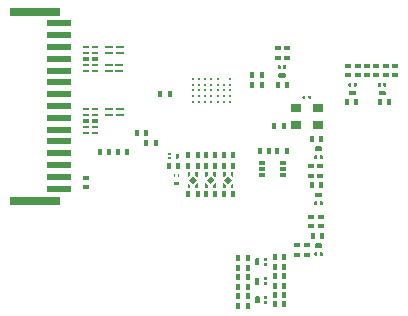
<source format=gtp>
G04*
G04 #@! TF.GenerationSoftware,Altium Limited,Altium Designer,24.2.2 (26)*
G04*
G04 Layer_Color=8421504*
%FSLAX44Y44*%
%MOMM*%
G71*
G04*
G04 #@! TF.SameCoordinates,6EDC250C-81D3-48BC-95F6-F0A130F5604E*
G04*
G04*
G04 #@! TF.FilePolarity,Positive*
G04*
G01*
G75*
%ADD17C,0.2000*%
%ADD18R,0.9000X0.8000*%
%ADD19R,0.5000X0.2500*%
%ADD20R,0.5000X0.4500*%
%ADD21R,0.7500X0.2500*%
%ADD22R,2.0000X0.6000*%
%ADD23R,4.2000X0.7000*%
%ADD24R,0.3800X0.4800*%
%ADD25R,0.4800X0.3800*%
%ADD26R,0.5000X0.3750*%
G36*
X285229Y330905D02*
X285405Y330729D01*
X285500Y330499D01*
Y330375D01*
Y328625D01*
Y328501D01*
X285405Y328271D01*
X285229Y328095D01*
X284999Y328000D01*
X283501D01*
X283271Y328095D01*
X283095Y328271D01*
X283000Y328501D01*
Y328625D01*
Y330375D01*
Y330499D01*
X283095Y330729D01*
X283271Y330905D01*
X283501Y331000D01*
X284999D01*
X285229Y330905D01*
D02*
G37*
G36*
X280729D02*
X280905Y330729D01*
X281000Y330499D01*
Y330375D01*
Y328625D01*
Y328501D01*
X280905Y328271D01*
X280729Y328095D01*
X280499Y328000D01*
X279001D01*
X278771Y328095D01*
X278595Y328271D01*
X278500Y328501D01*
Y328625D01*
Y330375D01*
Y330499D01*
X278595Y330729D01*
X278771Y330905D01*
X279001Y331000D01*
X280499D01*
X280729Y330905D01*
D02*
G37*
G36*
X284566Y324348D02*
X284848Y324067D01*
X285000Y323699D01*
Y323500D01*
Y321500D01*
Y321301D01*
X284848Y320934D01*
X284566Y320652D01*
X284199Y320500D01*
X279801D01*
X279433Y320652D01*
X279152Y320934D01*
X279000Y321301D01*
Y321500D01*
Y323500D01*
Y323699D01*
X279152Y324067D01*
X279433Y324348D01*
X279801Y324500D01*
X284199D01*
X284566Y324348D01*
D02*
G37*
G36*
X369979Y315905D02*
X370155Y315729D01*
X370250Y315499D01*
Y315375D01*
Y313625D01*
Y313501D01*
X370155Y313271D01*
X369979Y313095D01*
X369749Y313000D01*
X368251D01*
X368021Y313095D01*
X367845Y313271D01*
X367750Y313501D01*
Y313625D01*
Y315375D01*
Y315499D01*
X367845Y315729D01*
X368021Y315905D01*
X368251Y316000D01*
X369749D01*
X369979Y315905D01*
D02*
G37*
G36*
X365479D02*
X365655Y315729D01*
X365750Y315499D01*
Y315375D01*
Y313625D01*
Y313501D01*
X365655Y313271D01*
X365479Y313095D01*
X365249Y313000D01*
X363751D01*
X363521Y313095D01*
X363345Y313271D01*
X363250Y313501D01*
Y313625D01*
Y315375D01*
Y315499D01*
X363345Y315729D01*
X363521Y315905D01*
X363751Y316000D01*
X365249D01*
X365479Y315905D01*
D02*
G37*
G36*
X344979Y315905D02*
X345155Y315729D01*
X345250Y315499D01*
Y315375D01*
Y313625D01*
Y313500D01*
X345155Y313271D01*
X344979Y313095D01*
X344749Y313000D01*
X343251D01*
X343021Y313095D01*
X342845Y313271D01*
X342750Y313500D01*
Y313625D01*
Y315375D01*
Y315499D01*
X342845Y315729D01*
X343021Y315905D01*
X343251Y316000D01*
X344749D01*
X344979Y315905D01*
D02*
G37*
G36*
X340479D02*
X340655Y315729D01*
X340750Y315499D01*
Y315375D01*
Y313625D01*
Y313500D01*
X340655Y313271D01*
X340479Y313095D01*
X340249Y313000D01*
X338751D01*
X338521Y313095D01*
X338345Y313271D01*
X338250Y313500D01*
Y313625D01*
Y315375D01*
Y315499D01*
X338345Y315729D01*
X338521Y315905D01*
X338751Y316000D01*
X340249D01*
X340479Y315905D01*
D02*
G37*
G36*
X369316Y309348D02*
X369598Y309067D01*
X369750Y308699D01*
Y308500D01*
Y306500D01*
Y306301D01*
X369598Y305934D01*
X369316Y305652D01*
X368949Y305500D01*
X364551D01*
X364184Y305652D01*
X363902Y305934D01*
X363750Y306301D01*
Y306500D01*
Y308500D01*
Y308699D01*
X363902Y309067D01*
X364184Y309348D01*
X364551Y309500D01*
X368949D01*
X369316Y309348D01*
D02*
G37*
G36*
X344316Y309348D02*
X344598Y309066D01*
X344750Y308699D01*
Y308500D01*
Y306500D01*
Y306301D01*
X344598Y305933D01*
X344316Y305652D01*
X343949Y305500D01*
X339551D01*
X339184Y305652D01*
X338902Y305933D01*
X338750Y306301D01*
Y306500D01*
Y308500D01*
Y308699D01*
X338902Y309066D01*
X339184Y309348D01*
X339551Y309500D01*
X343949D01*
X344316Y309348D01*
D02*
G37*
G36*
X306239Y305105D02*
X306605Y304739D01*
X306804Y304259D01*
Y304000D01*
Y303741D01*
X306605Y303261D01*
X306239Y302895D01*
X305759Y302696D01*
X305241D01*
X304761Y302895D01*
X304395Y303261D01*
X304196Y303741D01*
Y304000D01*
Y304259D01*
X304395Y304739D01*
X304761Y305105D01*
X305241Y305304D01*
X305759D01*
X306239Y305105D01*
D02*
G37*
G36*
X301239D02*
X301605Y304739D01*
X301804Y304259D01*
Y304000D01*
Y303741D01*
X301605Y303261D01*
X301239Y302895D01*
X300759Y302696D01*
X300241D01*
X299761Y302895D01*
X299395Y303261D01*
X299196Y303741D01*
Y304000D01*
Y304259D01*
X299395Y304739D01*
X299761Y305105D01*
X300241Y305304D01*
X300759D01*
X301239Y305105D01*
D02*
G37*
G36*
X315567Y262098D02*
X315848Y261816D01*
X316000Y261449D01*
Y261250D01*
Y259250D01*
Y259051D01*
X315848Y258683D01*
X315567Y258402D01*
X315199Y258250D01*
X310801D01*
X310434Y258402D01*
X310152Y258683D01*
X310000Y259051D01*
Y259250D01*
Y261250D01*
Y261449D01*
X310152Y261816D01*
X310434Y262098D01*
X310801Y262250D01*
X315199D01*
X315567Y262098D01*
D02*
G37*
G36*
X194000Y256000D02*
X194082Y256000D01*
X194235Y255937D01*
X194352Y255820D01*
X194415Y255668D01*
X194415Y255585D01*
X194415D01*
X194415Y252415D01*
X194415Y252332D01*
X194352Y252180D01*
X194235Y252063D01*
X194082Y252000D01*
X194000Y252000D01*
X192418D01*
X192265Y252063D01*
X192148Y252180D01*
X192085Y252332D01*
X192085Y252415D01*
Y255585D01*
Y255668D01*
X192148Y255820D01*
X192265Y255937D01*
X192418Y256000D01*
X192500Y256000D01*
X192500Y256000D01*
X194000Y256000D01*
D02*
G37*
G36*
X187500Y256500D02*
X187599Y256500D01*
X187783Y256424D01*
X187924Y256283D01*
X188000Y256099D01*
X188000Y256000D01*
X188000Y256000D01*
X188000Y255500D01*
X188000Y255401D01*
X187924Y255217D01*
X187783Y255076D01*
X187599Y255000D01*
X187500Y255000D01*
X185901D01*
X185717Y255076D01*
X185576Y255217D01*
X185500Y255401D01*
X185500Y255500D01*
Y256000D01*
Y256099D01*
X185576Y256283D01*
X185717Y256424D01*
X185900Y256500D01*
X186000D01*
X186000Y256500D01*
X187500Y256500D01*
D02*
G37*
G36*
X316229Y254655D02*
X316405Y254479D01*
X316500Y254249D01*
Y254125D01*
Y252375D01*
Y252251D01*
X316405Y252021D01*
X316229Y251845D01*
X315999Y251750D01*
X314501D01*
X314271Y251845D01*
X314095Y252021D01*
X314000Y252251D01*
Y252375D01*
Y254125D01*
Y254249D01*
X314095Y254479D01*
X314271Y254655D01*
X314501Y254750D01*
X315999D01*
X316229Y254655D01*
D02*
G37*
G36*
X311729D02*
X311905Y254479D01*
X312000Y254249D01*
Y254125D01*
Y252375D01*
Y252251D01*
X311905Y252021D01*
X311729Y251845D01*
X311499Y251750D01*
X310001D01*
X309771Y251845D01*
X309595Y252021D01*
X309500Y252251D01*
Y252375D01*
Y254125D01*
Y254249D01*
X309595Y254479D01*
X309771Y254655D01*
X310001Y254750D01*
X311499D01*
X311729Y254655D01*
D02*
G37*
G36*
X187500Y253000D02*
X187599Y253000D01*
X187783Y252924D01*
X187924Y252783D01*
X188000Y252599D01*
X188000Y252500D01*
X188000Y252500D01*
X188000Y252000D01*
X188000Y251901D01*
X187924Y251717D01*
X187783Y251576D01*
X187599Y251500D01*
X187500Y251500D01*
X186000D01*
X185900Y251500D01*
X185717Y251576D01*
X185576Y251717D01*
X185500Y251900D01*
X185500Y252000D01*
X185500Y252000D01*
Y252500D01*
Y252599D01*
X185576Y252783D01*
X185717Y252924D01*
X185900Y253000D01*
X186000D01*
X186000Y253000D01*
X187500Y253000D01*
D02*
G37*
G36*
X191458Y238894D02*
X191599Y238753D01*
X191675Y238569D01*
Y238470D01*
X191675D01*
X191675Y236970D01*
X191675Y236870D01*
X191599Y236686D01*
X191458Y236546D01*
X191275Y236470D01*
X191175Y236470D01*
X191175Y236470D01*
X190675Y236470D01*
X190576Y236470D01*
X190392Y236546D01*
X190251Y236686D01*
X190175Y236870D01*
X190175Y236970D01*
Y238470D01*
X190175Y238569D01*
X190251Y238753D01*
X190392Y238894D01*
X190576Y238970D01*
X190675Y238970D01*
X190675Y238970D01*
X191275D01*
X191458Y238894D01*
D02*
G37*
G36*
X240800Y236793D02*
X240207D01*
X238700Y238300D01*
Y240893D01*
X240800D01*
Y236793D01*
D02*
G37*
G36*
X234300Y238300D02*
X232793Y236793D01*
X232200D01*
Y240893D01*
X234300D01*
Y238300D01*
D02*
G37*
G36*
X225800Y236793D02*
X225207D01*
X223700Y238300D01*
Y240893D01*
X225800D01*
Y236793D01*
D02*
G37*
G36*
X219300Y238300D02*
X217793Y236793D01*
X217200D01*
Y240893D01*
X219300D01*
Y238300D01*
D02*
G37*
G36*
X210800Y236793D02*
X210207D01*
X208700Y238300D01*
Y240893D01*
X210800D01*
Y236793D01*
D02*
G37*
G36*
X204300Y238300D02*
X202793Y236793D01*
X202200D01*
Y240893D01*
X204300D01*
Y238300D01*
D02*
G37*
G36*
X194675Y238970D02*
X194775D01*
X194958Y238894D01*
X195099Y238753D01*
X195175Y238569D01*
Y238470D01*
X195175Y238470D01*
X195175Y236970D01*
X195175Y236870D01*
X195099Y236686D01*
X194958Y236546D01*
X194775Y236470D01*
X194675Y236470D01*
X194675Y236470D01*
X194175Y236470D01*
X194076Y236470D01*
X193892Y236546D01*
X193751Y236686D01*
X193675Y236870D01*
X193675Y236970D01*
Y238470D01*
Y238569D01*
X193751Y238753D01*
X193892Y238894D01*
X194076Y238970D01*
X194175D01*
X194675Y238970D01*
D02*
G37*
G36*
X239682Y234000D02*
X236500Y230818D01*
X233318Y234000D01*
X236500Y237182D01*
X239682Y234000D01*
D02*
G37*
G36*
X224682D02*
X221500Y230818D01*
X218318Y234000D01*
X221500Y237182D01*
X224682Y234000D01*
D02*
G37*
G36*
X209682D02*
X206500Y230818D01*
X203318Y234000D01*
X206500Y237182D01*
X209682Y234000D01*
D02*
G37*
G36*
X194496Y232321D02*
X194612Y232205D01*
X194675Y232052D01*
X194675Y231970D01*
X194675D01*
X194675Y230470D01*
X194675Y230387D01*
X194612Y230235D01*
X194496Y230118D01*
X194343Y230055D01*
X194261Y230055D01*
Y230055D01*
X191090Y230055D01*
X191008Y230055D01*
X190855Y230118D01*
X190738Y230235D01*
X190675Y230387D01*
X190675Y230470D01*
Y231970D01*
Y232052D01*
X190739Y232205D01*
X190855Y232321D01*
X191008Y232384D01*
X194343D01*
X194496Y232321D01*
D02*
G37*
G36*
X240800Y227107D02*
X238700D01*
Y229700D01*
X240207Y231207D01*
X240800D01*
Y227107D01*
D02*
G37*
G36*
X234300Y229700D02*
Y227107D01*
X232200D01*
Y231207D01*
X232793D01*
X234300Y229700D01*
D02*
G37*
G36*
X225800Y227107D02*
X223700D01*
Y229700D01*
X225207Y231207D01*
X225800D01*
Y227107D01*
D02*
G37*
G36*
X219300Y229700D02*
Y227107D01*
X217200D01*
Y231207D01*
X217793D01*
X219300Y229700D01*
D02*
G37*
G36*
X210800Y227107D02*
X208700D01*
Y229700D01*
X210207Y231207D01*
X210800D01*
Y227107D01*
D02*
G37*
G36*
X204300Y229700D02*
Y227107D01*
X202200D01*
Y231207D01*
X202793D01*
X204300Y229700D01*
D02*
G37*
G36*
X315567Y223098D02*
X315848Y222816D01*
X316000Y222449D01*
Y222250D01*
Y220250D01*
Y220051D01*
X315848Y219683D01*
X315567Y219402D01*
X315199Y219250D01*
X310801D01*
X310434Y219402D01*
X310152Y219683D01*
X310000Y220051D01*
Y220250D01*
Y222250D01*
Y222449D01*
X310152Y222816D01*
X310434Y223098D01*
X310801Y223250D01*
X315199D01*
X315567Y223098D01*
D02*
G37*
G36*
X316229Y215655D02*
X316405Y215479D01*
X316500Y215249D01*
Y215125D01*
Y213375D01*
Y213251D01*
X316405Y213021D01*
X316229Y212845D01*
X315999Y212750D01*
X314501D01*
X314271Y212845D01*
X314095Y213021D01*
X314000Y213251D01*
Y213375D01*
Y215125D01*
Y215249D01*
X314095Y215479D01*
X314271Y215655D01*
X314501Y215750D01*
X315999D01*
X316229Y215655D01*
D02*
G37*
G36*
X311729D02*
X311905Y215479D01*
X312000Y215249D01*
Y215125D01*
Y213375D01*
Y213251D01*
X311905Y213021D01*
X311729Y212845D01*
X311499Y212750D01*
X310001D01*
X309771Y212845D01*
X309595Y213021D01*
X309500Y213251D01*
Y213375D01*
Y215125D01*
Y215249D01*
X309595Y215479D01*
X309771Y215655D01*
X310001Y215750D01*
X311499D01*
X311729Y215655D01*
D02*
G37*
G36*
X315567Y180098D02*
X315848Y179816D01*
X316000Y179449D01*
Y179250D01*
Y177250D01*
Y177051D01*
X315848Y176684D01*
X315567Y176402D01*
X315199Y176250D01*
X310801D01*
X310434Y176402D01*
X310152Y176684D01*
X310000Y177051D01*
Y177250D01*
Y179250D01*
Y179449D01*
X310152Y179816D01*
X310434Y180098D01*
X310801Y180250D01*
X315199D01*
X315567Y180098D01*
D02*
G37*
G36*
X316229Y172655D02*
X316405Y172479D01*
X316500Y172249D01*
Y172125D01*
Y170375D01*
Y170251D01*
X316405Y170021D01*
X316229Y169845D01*
X315999Y169750D01*
X314501D01*
X314271Y169845D01*
X314095Y170021D01*
X314000Y170251D01*
Y170375D01*
Y172125D01*
Y172249D01*
X314095Y172479D01*
X314271Y172655D01*
X314501Y172750D01*
X315999D01*
X316229Y172655D01*
D02*
G37*
G36*
X311729D02*
X311905Y172479D01*
X312000Y172249D01*
Y172125D01*
Y170375D01*
Y170251D01*
X311905Y170021D01*
X311729Y169845D01*
X311499Y169750D01*
X310001D01*
X309771Y169845D01*
X309595Y170021D01*
X309500Y170251D01*
Y170375D01*
Y172125D01*
Y172249D01*
X309595Y172479D01*
X309771Y172655D01*
X310001Y172750D01*
X311499D01*
X311729Y172655D01*
D02*
G37*
G36*
X269179Y167905D02*
X269355Y167729D01*
X269450Y167500D01*
Y167375D01*
Y166125D01*
Y166001D01*
X269355Y165771D01*
X269179Y165595D01*
X268949Y165500D01*
X266951D01*
X266721Y165595D01*
X266545Y165771D01*
X266450Y166001D01*
Y166125D01*
Y167375D01*
Y167500D01*
X266545Y167729D01*
X266721Y167905D01*
X266951Y168000D01*
X268949D01*
X269179Y167905D01*
D02*
G37*
G36*
X262516Y167348D02*
X262798Y167067D01*
X262950Y166699D01*
Y166500D01*
Y162500D01*
Y162301D01*
X262798Y161934D01*
X262516Y161652D01*
X262149Y161500D01*
X259751D01*
X259384Y161652D01*
X259102Y161934D01*
X258950Y162301D01*
Y162500D01*
Y166500D01*
Y166699D01*
X259102Y167067D01*
X259384Y167348D01*
X259751Y167500D01*
X262149D01*
X262516Y167348D01*
D02*
G37*
G36*
X269179Y163405D02*
X269355Y163229D01*
X269450Y162999D01*
Y162875D01*
Y161625D01*
Y161501D01*
X269355Y161271D01*
X269179Y161095D01*
X268949Y161000D01*
X266951D01*
X266721Y161095D01*
X266545Y161271D01*
X266450Y161501D01*
Y161625D01*
Y162875D01*
Y162999D01*
X266545Y163229D01*
X266721Y163405D01*
X266951Y163500D01*
X268949D01*
X269179Y163405D01*
D02*
G37*
G36*
Y151655D02*
X269355Y151479D01*
X269450Y151250D01*
Y151125D01*
Y149875D01*
Y149751D01*
X269355Y149521D01*
X269179Y149345D01*
X268949Y149250D01*
X266951D01*
X266721Y149345D01*
X266545Y149521D01*
X266450Y149751D01*
Y149875D01*
Y151125D01*
Y151250D01*
X266545Y151479D01*
X266721Y151655D01*
X266951Y151750D01*
X268949D01*
X269179Y151655D01*
D02*
G37*
G36*
X262516Y151098D02*
X262798Y150817D01*
X262950Y150449D01*
Y150250D01*
Y146250D01*
Y146051D01*
X262798Y145684D01*
X262516Y145402D01*
X262149Y145250D01*
X259751D01*
X259384Y145402D01*
X259102Y145684D01*
X258950Y146051D01*
Y146250D01*
Y150250D01*
Y150449D01*
X259102Y150817D01*
X259384Y151098D01*
X259751Y151250D01*
X262149D01*
X262516Y151098D01*
D02*
G37*
G36*
X269179Y147155D02*
X269355Y146979D01*
X269450Y146749D01*
Y146625D01*
Y145375D01*
Y145251D01*
X269355Y145021D01*
X269179Y144845D01*
X268949Y144750D01*
X266951D01*
X266721Y144845D01*
X266545Y145021D01*
X266450Y145251D01*
Y145375D01*
Y146625D01*
Y146749D01*
X266545Y146979D01*
X266721Y147155D01*
X266951Y147250D01*
X268949D01*
X269179Y147155D01*
D02*
G37*
G36*
X269429Y135905D02*
X269605Y135729D01*
X269700Y135499D01*
Y135375D01*
Y134125D01*
Y134001D01*
X269605Y133771D01*
X269429Y133595D01*
X269199Y133500D01*
X267201D01*
X266971Y133595D01*
X266795Y133771D01*
X266700Y134001D01*
Y134125D01*
Y135375D01*
Y135499D01*
X266795Y135729D01*
X266971Y135905D01*
X267201Y136000D01*
X269199D01*
X269429Y135905D01*
D02*
G37*
G36*
X262766Y135348D02*
X263048Y135067D01*
X263200Y134699D01*
Y134500D01*
Y130500D01*
Y130301D01*
X263048Y129934D01*
X262766Y129652D01*
X262399Y129500D01*
X260001D01*
X259634Y129652D01*
X259352Y129934D01*
X259200Y130301D01*
Y130500D01*
Y134500D01*
Y134699D01*
X259352Y135067D01*
X259634Y135348D01*
X260001Y135500D01*
X262399D01*
X262766Y135348D01*
D02*
G37*
G36*
X269429Y131405D02*
X269605Y131229D01*
X269700Y130999D01*
Y130875D01*
Y129625D01*
Y129501D01*
X269605Y129271D01*
X269429Y129095D01*
X269199Y129000D01*
X267201D01*
X266971Y129095D01*
X266795Y129271D01*
X266700Y129501D01*
Y129625D01*
Y130875D01*
Y130999D01*
X266795Y131229D01*
X266971Y131405D01*
X267201Y131500D01*
X269199D01*
X269429Y131405D01*
D02*
G37*
D17*
X206400Y319300D02*
D03*
X211700D02*
D03*
X217000D02*
D03*
X222300D02*
D03*
X227600D02*
D03*
X238200D02*
D03*
X206400Y314500D02*
D03*
X211700D02*
D03*
X217000D02*
D03*
X222300D02*
D03*
X227600D02*
D03*
X232900D02*
D03*
X238200D02*
D03*
X206400Y309700D02*
D03*
X211700D02*
D03*
X217000D02*
D03*
X222300D02*
D03*
X227600D02*
D03*
X232900D02*
D03*
X238200D02*
D03*
X206400Y304900D02*
D03*
X211700D02*
D03*
X217000D02*
D03*
X222300D02*
D03*
X227600D02*
D03*
X232900D02*
D03*
X238200D02*
D03*
X206400Y300100D02*
D03*
X211700D02*
D03*
X217000D02*
D03*
X222300D02*
D03*
X227600D02*
D03*
X232900D02*
D03*
X238200D02*
D03*
D18*
X312250Y295250D02*
D03*
X293750D02*
D03*
Y280750D02*
D03*
X312250D02*
D03*
D19*
X124000Y294000D02*
D03*
X124000Y289000D02*
D03*
Y279000D02*
D03*
X124000Y274000D02*
D03*
X116000D02*
D03*
Y279000D02*
D03*
Y289000D02*
D03*
Y294000D02*
D03*
X124000Y346500D02*
D03*
X124000Y341500D02*
D03*
Y331500D02*
D03*
X124000Y326500D02*
D03*
X116000D02*
D03*
Y331500D02*
D03*
Y341500D02*
D03*
Y346500D02*
D03*
D20*
X124000Y284000D02*
D03*
X116000D02*
D03*
X124000Y336500D02*
D03*
X116000D02*
D03*
D21*
X135500Y294000D02*
D03*
Y289000D02*
D03*
X144500Y294000D02*
D03*
Y289000D02*
D03*
X135421Y331521D02*
D03*
Y326521D02*
D03*
X144421Y331521D02*
D03*
Y326521D02*
D03*
X135494Y346482D02*
D03*
Y341482D02*
D03*
X144494Y346482D02*
D03*
Y341482D02*
D03*
D22*
X93500Y226500D02*
D03*
Y236500D02*
D03*
Y246500D02*
D03*
Y256500D02*
D03*
Y266500D02*
D03*
Y276500D02*
D03*
Y286500D02*
D03*
Y296500D02*
D03*
Y306500D02*
D03*
Y316500D02*
D03*
Y326500D02*
D03*
Y336500D02*
D03*
Y346500D02*
D03*
Y356500D02*
D03*
Y366500D02*
D03*
D23*
X72500Y216500D02*
D03*
Y376500D02*
D03*
D24*
X159050Y273500D02*
D03*
X166950D02*
D03*
X278050Y258000D02*
D03*
X285950D02*
D03*
X202800Y222000D02*
D03*
X210700D02*
D03*
X217800D02*
D03*
X225700D02*
D03*
X240700D02*
D03*
X232800D02*
D03*
X202800Y246000D02*
D03*
X210700D02*
D03*
X217800D02*
D03*
X225700D02*
D03*
X240700Y255000D02*
D03*
X232800D02*
D03*
X240700Y246000D02*
D03*
X232800D02*
D03*
X202800Y255000D02*
D03*
X210700D02*
D03*
X217800D02*
D03*
X225700D02*
D03*
X179050Y306500D02*
D03*
X186950D02*
D03*
X315450Y269000D02*
D03*
X307550D02*
D03*
X337050Y299500D02*
D03*
X344950D02*
D03*
X276000Y136500D02*
D03*
X283900D02*
D03*
X283950Y128500D02*
D03*
X276050D02*
D03*
X252900Y135500D02*
D03*
X245000D02*
D03*
X252900Y127500D02*
D03*
X245000D02*
D03*
X252900Y159600D02*
D03*
X245000D02*
D03*
X252900Y143500D02*
D03*
X245000D02*
D03*
X135900Y257500D02*
D03*
X128000D02*
D03*
X143050Y257500D02*
D03*
X150950D02*
D03*
X276000Y168500D02*
D03*
X283900D02*
D03*
X315950Y186500D02*
D03*
X308050D02*
D03*
X283900Y160500D02*
D03*
X276000D02*
D03*
X252900Y167600D02*
D03*
X245000D02*
D03*
X314950Y229500D02*
D03*
X307050D02*
D03*
X365050Y299500D02*
D03*
X372950D02*
D03*
X276000Y152500D02*
D03*
X283900D02*
D03*
X283900Y144500D02*
D03*
X276000D02*
D03*
X252900Y151500D02*
D03*
X245000D02*
D03*
X275546Y280000D02*
D03*
X283446D02*
D03*
X278300Y314500D02*
D03*
X286200D02*
D03*
X270900Y258000D02*
D03*
X263000D02*
D03*
X167050Y265500D02*
D03*
X174950D02*
D03*
X186050Y245500D02*
D03*
X193950D02*
D03*
X264950Y322500D02*
D03*
X257050D02*
D03*
X264950Y314500D02*
D03*
X257050D02*
D03*
D25*
X338000Y330450D02*
D03*
Y322550D02*
D03*
X346000Y322550D02*
D03*
Y330450D02*
D03*
X354000Y322600D02*
D03*
Y330500D02*
D03*
X314609Y245318D02*
D03*
Y237418D02*
D03*
X306233Y237420D02*
D03*
Y245320D02*
D03*
X295000Y170550D02*
D03*
Y178450D02*
D03*
X303000Y178450D02*
D03*
Y170550D02*
D03*
X378000Y330450D02*
D03*
Y322550D02*
D03*
X315000Y202400D02*
D03*
Y194500D02*
D03*
X362000Y322550D02*
D03*
Y330450D02*
D03*
X307000Y194500D02*
D03*
Y202400D02*
D03*
X370000Y330450D02*
D03*
Y322550D02*
D03*
X278250Y337550D02*
D03*
Y345450D02*
D03*
X286250Y345450D02*
D03*
Y337550D02*
D03*
X116000Y235450D02*
D03*
Y227550D02*
D03*
D26*
X265500Y248000D02*
D03*
Y243000D02*
D03*
Y238000D02*
D03*
X282500D02*
D03*
Y243000D02*
D03*
Y248000D02*
D03*
M02*

</source>
